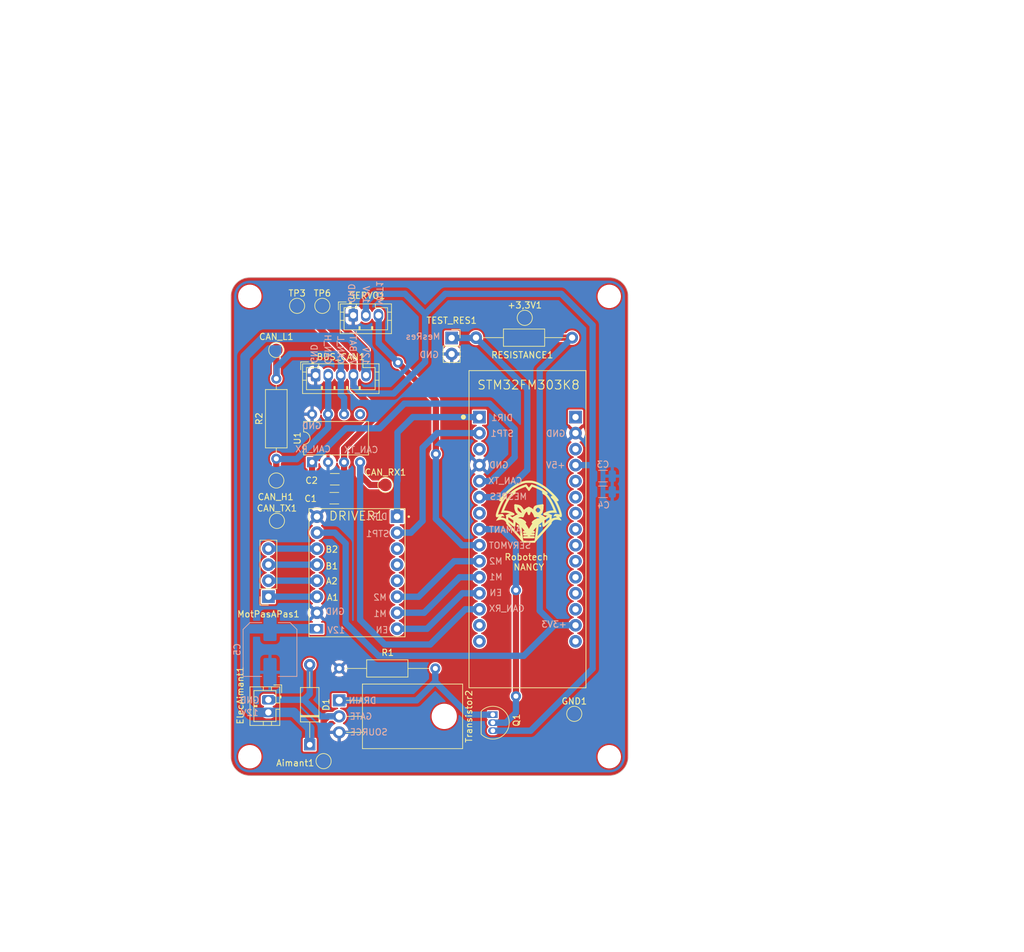
<source format=kicad_pcb>
(kicad_pcb (version 20211014) (generator pcbnew)
  (layers (0 "F.Cu" signal) (31 "B.Cu" signal) (34 "B.Paste" user) (35 "F.Paste" user) (36 "B.SilkS" user "B.Silkscreen") (37 "F.SilkS" user "F.Silkscreen") (38 "B.Mask" user) (39 "F.Mask" user) (44 "Edge.Cuts" user))
  (net 0 "")
  (net 1 "Net-(RESISTANCE1-Pad2)")
  (net 2 "MOT1")
  (net 4 "GND")
  (net 5 "+5V")
  (net 6 "CAN_TX")
  (net 7 "CAN_RX")
  (net 8 "+3V3")
  (net 9 "CAN_L")
  (net 10 "CAN_H")
  (net 13 "Stp1")
  (net 14 "Dir1")
  (net 17 "2B")
  (net 18 "2A")
  (net 19 "1A")
  (net 20 "1B")
  (net 21 "M2")
  (net 22 "M1")
  (net 23 "EN")
  (net 35 "Net-(D1-Pad2)")
  (net 36 "AIMANT")
  (net 37 "+12V")
  (net 41 "Net-(Q1-Pad1)")
  (footprint "Connector_PinSocket_2.54mm:PinSocket_1x02_P2.54mm_Vertical" (layer "F.Cu") (at 175.006 69.596)
    (fp_text reference "TEST_RES1" (at 0 -2.77) (layer "F.SilkS"))
    (fp_text value "Conn_01x02")
    (pad "1" thru_hole rect locked (at 0 0) (size 2 2) (drill 1) (layers *.Cu *.Mask) (net 1 "Net-(RESISTANCE1-Pad2)"))
    (pad "2" thru_hole oval locked (at 0 2.54) (size 2 2) (drill 1) (layers *.Cu *.Mask) (net 4 "GND"))
  )
  (footprint "Diode_THT:D_A-405_P12.70mm_Horizontal" (layer "F.Cu") (at 152.5 134.1 90)
    (fp_text reference "D1" (at 6.35 2.6 90) (layer "F.SilkS"))
    (fp_text value "D")
    (pad "1" thru_hole rect locked (at 0 0 90) (size 1.8 1.8) (drill 0.9) (layers *.Cu *.Mask) (net 37 "+12V"))
    (pad "2" thru_hole oval locked (at 12.7 0 90) (size 1.8 1.8) (drill 0.9) (layers *.Cu *.Mask) (net 35 "Net-(D1-Pad2)"))
  )
  (footprint "Connector_JST:JST_PH_B2B-PH-K_1x02_P2.00mm_Vertical" (layer "F.Cu") (at 145.939 126.973 -90)
    (fp_text reference "ElecAimant1" (at -0.698 4.454 90) (layer "F.SilkS"))
    (fp_text value "Conn_01x02")
    (pad "1" thru_hole roundrect locked (at 0 0 270) (size 1.5 2) (drill 1) (layers *.Cu *.Mask) (roundrect_rratio 0.208333) (net 35 "Net-(D1-Pad2)"))
    (pad "2" thru_hole oval locked (at 2 0 270) (size 1.5 2) (drill 1) (layers *.Cu *.Mask) (net 37 "+12V"))
  )
  (footprint "Connector_JST:JST_PH_B3B-PH-K_1x03_P2.00mm_Vertical" (layer "F.Cu") (at 159.4 66)
    (fp_text reference "SERVO1" (at 2.2 -3.125) (layer "F.SilkS"))
    (fp_text value "Conn_01x03")
    (pad "1" thru_hole roundrect locked (at 0 0) (size 1.5 2) (drill 1) (layers *.Cu *.Mask) (roundrect_rratio 0.208333) (net 4 "GND"))
    (pad "2" thru_hole oval locked (at 2 0) (size 1.5 2) (drill 1) (layers *.Cu *.Mask) (net 5 "+5V"))
    (pad "3" thru_hole oval locked (at 4 0) (size 1.5 2) (drill 1) (layers *.Cu *.Mask) (net 2 "MOT1"))
  )
  (footprint "TestPoint:TestPoint_Pad_D2.0mm" (layer "F.Cu") (at 164.5 92.9)
    (fp_text reference "CAN_RX1" (at 0 -1.998) (layer "F.SilkS"))
    (fp_text value "TestPoint")
    (pad "1" smd circle locked (at 0 0) (size 2 2) (layers "F.Cu" "F.Mask") (net 7 "CAN_RX"))
  )
  (footprint "TestPoint:TestPoint_Pad_D2.0mm" (layer "F.Cu") (at 186.6 66.4)
    (fp_text reference "+3,3V1" (at 0 -1.998) (layer "F.SilkS"))
    (fp_text value "TestPoint")
    (pad "1" smd circle locked (at 0 0) (size 2 2) (layers "F.Cu" "F.Mask") (net 8 "+3V3"))
  )
  (footprint "Package_DIP:DIP-8_W7.62mm" (layer "F.Cu") (at 152.87 89.3 90)
    (fp_text reference "U1" (at 3.81 -2.33 90) (layer "F.SilkS"))
    (fp_text value "MCP2551-I-P")
    (pad "1" thru_hole rect locked (at 0 0 90) (size 1.6 1.6) (drill 0.8) (layers *.Cu *.Mask) (net 6 "CAN_TX"))
    (pad "2" thru_hole oval locked (at 0 2.54 90) (size 1.6 1.6) (drill 0.8) (layers *.Cu *.Mask) (net 4 "GND"))
    (pad "3" thru_hole oval locked (at 0 5.08 90) (size 1.6 1.6) (drill 0.8) (layers *.Cu *.Mask) (net 5 "+5V"))
    (pad "4" thru_hole oval locked (at 0 7.62 90) (size 1.6 1.6) (drill 0.8) (layers *.Cu *.Mask) (net 7 "CAN_RX"))
    (pad "5" thru_hole oval locked (at 7.62 7.62 90) (size 1.6 1.6) (drill 0.8) (layers *.Cu *.Mask))
    (pad "6" thru_hole oval locked (at 7.62 5.08 90) (size 1.6 1.6) (drill 0.8) (layers *.Cu *.Mask) (net 9 "CAN_L"))
    (pad "7" thru_hole oval locked (at 7.62 2.54 90) (size 1.6 1.6) (drill 0.8) (layers *.Cu *.Mask) (net 10 "CAN_H"))
    (pad "8" thru_hole oval locked (at 7.62 0 90) (size 1.6 1.6) (drill 0.8) (layers *.Cu *.Mask) (net 4 "GND"))
  )
  (footprint "Capacitor_SMD:C_1206_3216Metric" (layer "F.Cu") (at 156.4 95 180)
    (fp_text reference "C1" (at 3.75 -0.075) (layer "F.SilkS"))
    (fp_text value "1µF")
    (pad "1" smd roundrect locked (at -1.475 0 180) (size 1.15 1.8) (layers "F.Cu" "F.Paste" "F.Mask") (roundrect_rratio 0.217391) (net 5 "+5V"))
    (pad "2" smd roundrect locked (at 1.475 0 180) (size 1.15 1.8) (layers "F.Cu" "F.Paste" "F.Mask") (roundrect_rratio 0.217391) (net 4 "GND"))
  )
  (footprint "Logos:logoRobotechNancy10x10" (layer "F.Cu") (at 187.25 97)
    (fp_text reference "G***" hide)
    (fp_text value "LOGO" hide)
  )
  (footprint "TestPoint:TestPoint_Pad_D2.0mm" (layer "F.Cu") (at 147.3 98.6)
    (fp_text reference "CAN_TX1" (at 0 -1.998) (layer "F.SilkS"))
    (fp_text value "TestPoint")
    (pad "1" smd circle locked (at 0 0) (size 2 2) (layers "F.Cu" "F.Mask") (net 6 "CAN_TX"))
  )
  (footprint "TestPoint:TestPoint_Pad_D2.0mm" (layer "F.Cu") (at 150.5 64.5)
    (fp_text reference "TP3" (at 0 -1.998) (layer "F.SilkS"))
    (fp_text value "TestPoint")
    (pad "1" smd circle locked (at 0 0) (size 2 2) (layers "F.Cu" "F.Mask") (net 5 "+5V"))
  )
  (footprint "Package_TO_SOT_THT:TO-220-3_Horizontal_TabDown" (layer "F.Cu") (at 157.17 127.06 -90)
    (fp_text reference "Transistor2" (at 2.54 -20.58 90) (layer "F.SilkS"))
    (fp_text value "IRFZ44NPBF")
    (pad "" np_thru_hole oval locked (at 2.54 -16.66 270) (size 3.5 3.5) (drill 3.5) (layers *.Cu *.Mask))
    (pad "1" thru_hole rect locked (at 0 0 270) (size 1.905 2) (drill 1.1) (layers *.Cu *.Mask) (net 41 "Net-(Q1-Pad1)"))
    (pad "2" thru_hole oval locked (at 2.54 0 270) (size 1.905 2) (drill 1.1) (layers *.Cu *.Mask) (net 35 "Net-(D1-Pad2)"))
    (pad "3" thru_hole oval locked (at 5.08 0 270) (size 1.905 2) (drill 1.1) (layers *.Cu *.Mask) (net 4 "GND"))
  )
  (footprint "empreinte:MODULE_TMC2208_SILENTSTEPSTICK" (layer "F.Cu") (at 160 106.82)
    (fp_text reference "DRIVER1" (at -0.0981 -8.9936) (layer "F.SilkS") (effects (font (size 1.4 1.4))))
    (fp_text value "TMC2208_SILENTSTEPSTICK")
    (pad "JP1_1" thru_hole rect (at 6.35 -8.89) (size 2 2) (drill 1) (layers *.Cu *.Mask) (net 14 "Dir1"))
    (pad "JP1_2" thru_hole circle (at 6.35 -6.35) (size 2 2) (drill 1) (layers *.Cu *.Mask) (net 13 "Stp1"))
    (pad "JP1_3" thru_hole circle (at 6.35 -3.81) (size 2 2) (drill 1) (layers *.Cu *.Mask))
    (pad "JP1_4" thru_hole circle (at 6.35 -1.27) (size 2 2) (drill 1) (layers *.Cu *.Mask))
    (pad "JP1_5" thru_hole circle (at 6.35 1.27) (size 2 2) (drill 1) (layers *.Cu *.Mask))
    (pad "JP1_6" thru_hole circle (at 6.35 3.81) (size 2 2) (drill 1) (layers *.Cu *.Mask) (net 21 "M2"))
    (pad "JP1_7" thru_hole circle (at 6.35 6.35) (size 2 2) (drill 1) (layers *.Cu *.Mask) (net 22 "M1"))
    (pad "JP1_8" thru_hole circle (at 6.35 8.89) (size 2 2) (drill 1) (layers *.Cu *.Mask) (net 23 "EN"))
    (pad "JP2_1" thru_hole rect (at -6.35 8.89) (size 2 1.524) (drill 1) (layers *.Cu *.Mask) (net 37 "+12V"))
    (pad "JP2_2" thru_hole circle (at -6.35 6.35) (size 2 2) (drill 1) (layers *.Cu *.Mask) (net 4 "GND"))
    (pad "JP2_3" thru_hole circle (at -6.35 3.81) (size 2 2) (drill 1) (layers *.Cu *.Mask) (net 18 "2A"))
    (pad "JP2_4" thru_hole circle (at -6.35 1.27) (size 2 2) (drill 1) (layers *.Cu *.Mask) (net 19 "1A"))
    (pad "JP2_5" thru_hole circle (at -6.35 -1.27) (size 2 2) (drill 1) (layers *.Cu *.Mask) (net 20 "1B"))
    (pad "JP2_6" thru_hole circle (at -6.35 -3.81) (size 2 2) (drill 1) (layers *.Cu *.Mask) (net 17 "2B"))
    (pad "JP2_7" thru_hole circle (at -6.35 -6.35) (size 2 2) (drill 1) (layers *.Cu *.Mask) (net 8 "+3V3"))
    (pad "JP2_8" thru_hole circle (at -6.35 -8.89) (size 2 2) (drill 1) (layers *.Cu *.Mask) (net 4 "GND"))
  )
  (footprint "Connector_PinSocket_2.54mm:PinSocket_1x04_P2.54mm_Vertical" (layer "F.Cu") (at 145.9484 110.62 180)
    (fp_text reference "MotPasAPas1" (at 0 -2.77) (layer "F.SilkS"))
    (fp_text value "Conn_01x04")
    (pad "1" thru_hole rect locked (at 0 0 180) (size 2 2) (drill 1) (layers *.Cu *.Mask) (net 18 "2A"))
    (pad "2" thru_hole oval locked (at 0 2.54 180) (size 2 2) (drill 1) (layers *.Cu *.Mask) (net 19 "1A"))
    (pad "3" thru_hole oval locked (at 0 5.08 180) (size 2 2) (drill 1) (layers *.Cu *.Mask) (net 20 "1B"))
    (pad "4" thru_hole oval locked (at 0 7.62 180) (size 2 2) (drill 1) (layers *.Cu *.Mask) (net 17 "2B"))
  )
  (footprint "Package_TO_SOT_THT:TO-92_Inline" (layer "F.Cu") (at 181.54 129.33 -90)
    (fp_text reference "Q1" (at 0.87 -3.76 90) (layer "F.SilkS"))
    (fp_text value "BC557")
    (pad "1" thru_hole rect locked (at 0 0 270) (size 1.05 1.5) (drill 0.75) (layers *.Cu *.Mask) (net 41 "Net-(Q1-Pad1)"))
    (pad "2" thru_hole oval locked (at 1.27 0 270) (size 1.05 1.5) (drill 0.75) (layers *.Cu *.Mask) (net 36 "AIMANT"))
    (pad "3" thru_hole oval locked (at 2.54 0 270) (size 1.05 1.5) (drill 0.75) (layers *.Cu *.Mask) (net 5 "+5V"))
  )
  (footprint "MountingHole:MountingHole_3.2mm_M3" (layer "F.Cu") (at 200 136)
    (fp_text reference "REF**" hide)
    (fp_text value "MountingHole_3.2mm_M3")
    (pad "" np_thru_hole circle locked (at 0 0) (size 3.2 3.2) (drill 3.2) (layers *.Cu *.Mask))
  )
  (footprint "MountingHole:MountingHole_3.2mm_M3" (layer "F.Cu") (at 143 63)
    (fp_text reference "REF**" hide)
    (fp_text value "MountingHole_3.2mm_M3")
    (pad "" np_thru_hole circle locked (at 0 0) (size 3.2 3.2) (drill 3.2) (layers *.Cu *.Mask))
  )
  (footprint "TestPoint:TestPoint_Pad_D2.0mm" (layer "F.Cu") (at 147.2 71.5)
    (fp_text reference "CAN_L1" (at 0 -2.1) (layer "F.SilkS"))
    (fp_text value "TestPoint")
    (pad "1" smd circle locked (at 0 0) (size 2 2) (layers "F.Cu" "F.Mask") (net 9 "CAN_L"))
  )
  (footprint "TestPoint:TestPoint_Pad_D2.0mm" (layer "F.Cu") (at 154.7 136.7)
    (fp_text reference "Aimant1" (at -4.5 0.3) (layer "F.SilkS"))
    (fp_text value "TestPoint")
    (pad "1" smd circle locked (at 0 0) (size 2 2) (layers "F.Cu" "F.Mask") (net 35 "Net-(D1-Pad2)"))
  )
  (footprint "MountingHole:MountingHole_3.2mm_M3" (layer "F.Cu") (at 143 136)
    (fp_text reference "REF**" hide)
    (fp_text value "MountingHole_3.2mm_M3")
    (pad "" np_thru_hole circle locked (at 0 0) (size 3.2 3.2) (drill 3.2) (layers *.Cu *.Mask))
  )
  (footprint "Capacitor_SMD:C_1206_3216Metric" (layer "F.Cu") (at 156.475 92 180)
    (fp_text reference "C2" (at 3.675 -0.2) (layer "F.SilkS"))
    (fp_text value "1pF")
    (pad "1" smd roundrect locked (at -1.475 0 180) (size 1.15 1.8) (layers "F.Cu" "F.Paste" "F.Mask") (roundrect_rratio 0.217391) (net 5 "+5V"))
    (pad "2" smd roundrect locked (at 1.475 0 180) (size 1.15 1.8) (layers "F.Cu" "F.Paste" "F.Mask") (roundrect_rratio 0.217391) (net 4 "GND"))
  )
  (footprint "empreinte:MODULE_NUCLEO-F303K8" (layer "F.Cu") (at 187.0306 99.92)
    (fp_text reference "STM32FM303K8" (at 0.1694 -22.87) (layer "F.SilkS") (effects (font (size 1.402378 1.402378))))
    (fp_text value "NUCLEO-F303K8")
    (pad "3.1" thru_hole rect (at -7.62 -17.78) (size 2 2) (drill 1) (layers *.Cu *.Mask) (net 14 "Dir1"))
    (pad "3.2" thru_hole circle (at -7.62 -15.24) (size 2 2) (drill 1) (layers *.Cu *.Mask) (net 13 "Stp1"))
    (pad "3.3" thru_hole circle (at -7.62 -12.7) (size 2 2) (drill 1) (layers *.Cu *.Mask))
    (pad "3.4" thru_hole circle (at -7.62 -10.16) (size 2 2) (drill 1) (layers *.Cu *.Mask) (net 4 "GND"))
    (pad "3.5" thru_hole circle (at -7.62 -7.62) (size 2 2) (drill 1) (layers *.Cu *.Mask) (net 6 "CAN_TX"))
    (pad "3.6" thru_hole circle (at -7.62 -5.08) (size 2 2) (drill 1) (layers *.Cu *.Mask) (net 1 "Net-(RESISTANCE1-Pad2)"))
    (pad "3.7" thru_hole circle (at -7.62 -2.54) (size 2 2) (drill 1) (layers *.Cu *.Mask))
    (pad "3.8" thru_hole circle (at -7.62 0) (size 2 2) (drill 1) (layers *.Cu *.Mask) (net 36 "AIMANT"))
    (pad "3.9" thru_hole circle (at -7.62 2.54) (size 2 2) (drill 1) (layers *.Cu *.Mask) (net 2 "MOT1"))
    (pad "3.10" thru_hole circle (at -7.62 5.08) (size 2 2) (drill 1) (layers *.Cu *.Mask) (net 21 "M2"))
    (pad "3.11" thru_hole circle (at -7.62 7.62) (size 2 2) (drill 1) (layers *.Cu *.Mask) (net 22 "M1"))
    (pad "3.12" thru_hole circle (at -7.62 10.16) (size 2 2) (drill 1) (layers *.Cu *.Mask) (net 23 "EN"))
    (pad "3.13" thru_hole circle (at -7.62 12.7) (size 2 2) (drill 1) (layers *.Cu *.Mask) (net 7 "CAN_RX"))
    (pad "3.14" thru_hole circle (at -7.62 15.24) (size 2 2) (drill 1) (layers *.Cu *.Mask))
    (pad "3.15" thru_hole circle (at -7.62 17.78) (size 2 2) (drill 1) (layers *.Cu *.Mask))
    (pad "4.1" thru_hole rect (at 7.62 -17.78) (size 2 2) (drill 1) (layers *.Cu *.Mask))
    (pad "4.2" thru_hole circle (at 7.62 -15.24) (size 2 2) (drill 1) (layers *.Cu *.Mask) (net 4 "GND"))
    (pad "4.3" thru_hole circle (at 7.62 -12.7) (size 2 2) (drill 1) (layers *.Cu *.Mask))
    (pad "4.4" thru_hole circle (at 7.62 -10.16) (size 2 2) (drill 1) (layers *.Cu *.Mask) (net 5 "+5V"))
    (pad "4.5" thru_hole circle (at 7.62 -7.62) (size 2 2) (drill 1) (layers *.Cu *.Mask))
    (pad "4.6" thru_hole circle (at 7.62 -5.08) (size 2 2) (drill 1) (layers *.Cu *.Mask))
    (pad "4.7" thru_hole circle (at 7.62 -2.54) (size 2 2) (drill 1) (layers *.Cu *.Mask))
    (pad "4.8" thru_hole circle (at 7.62 0) (size 2 2) (drill 1) (layers *.Cu *.Mask))
    (pad "4.9" thru_hole circle (at 7.62 2.54) (size 2 2) (drill 1) (layers *.Cu *.Mask))
    (pad "4.10" thru_hole circle (at 7.62 5.08) (size 2 2) (drill 1) (layers *.Cu *.Mask))
    (pad "4.11" thru_hole circle (at 7.62 7.62) (size 2 2) (drill 1) (layers *.Cu *.Mask))
    (pad "4.12" thru_hole circle (at 7.62 10.16) (size 2 2) (drill 1) (layers *.Cu *.Mask))
    (pad "4.13" thru_hole circle (at 7.62 12.7) (size 2 2) (drill 1) (layers *.Cu *.Mask))
    (pad "4.14" thru_hole circle (at 7.62 15.24) (size 2 2) (drill 1) (layers *.Cu *.Mask) (net 8 "+3V3"))
    (pad "4.15" thru_hole circle (at 7.62 17.78) (size 2 2) (drill 1) (layers *.Cu *.Mask))
  )
  (footprint "TestPoint:TestPoint_Pad_D2.0mm" (layer "F.Cu") (at 194.45 129.2)
    (fp_text reference "GND1" (at 0 -1.998) (layer "F.SilkS"))
    (fp_text value "TestPoint")
    (pad "1" smd circle locked (at 0 0) (size 2 2) (layers "F.Cu" "F.Mask") (net 4 "GND"))
  )
  (footprint "TestPoint:TestPoint_Pad_D2.0mm" (layer "F.Cu") (at 147.2 92.2)
    (fp_text reference "CAN_H1" (at -0.1 2.6) (layer "F.SilkS"))
    (fp_text value "TestPoint")
    (pad "1" smd circle locked (at 0 0) (size 2 2) (layers "F.Cu" "F.Mask") (net 10 "CAN_H"))
  )
  (footprint "Connector_JST:JST_PH_B5B-PH-K_1x05_P2.00mm_Vertical" (layer "F.Cu") (at 153.4292 75.4976)
    (fp_text reference "BUS_CAN1" (at 4 -2.9) (layer "F.SilkS"))
    (fp_text value "Conn_01x05")
    (pad "1" thru_hole roundrect locked (at 0 0) (size 1.5 2) (drill 1) (layers *.Cu *.Mask) (roundrect_rratio 0.208333) (net 4 "GND"))
    (pad "2" thru_hole oval locked (at 2 0) (size 1.5 2) (drill 1) (layers *.Cu *.Mask) (net 10 "CAN_H"))
    (pad "3" thru_hole oval locked (at 4 0) (size 1.5 2) (drill 1) (layers *.Cu *.Mask) (net 9 "CAN_L"))
    (pad "4" thru_hole oval locked (at 6 0) (size 1.5 2) (drill 1) (layers *.Cu *.Mask) (net 5 "+5V"))
    (pad "5" thru_hole oval locked (at 8 0) (size 1.5 2) (drill 1) (layers *.Cu *.Mask) (net 37 "+12V"))
  )
  (footprint "TestPoint:TestPoint_Pad_D2.0mm" (layer "F.Cu") (at 154.5 64.5)
    (fp_text reference "TP6" (at 0 -1.998) (layer "F.SilkS"))
    (fp_text value "TestPoint")
    (pad "1" smd circle locked (at 0 0) (size 2 2) (layers "F.Cu" "F.Mask") (net 37 "+12V"))
  )
  (footprint "Resistor_THT:R_Axial_DIN0207_L6.3mm_D2.5mm_P15.24mm_Horizontal" (layer "F.Cu") (at 194.1068 69.5452 180)
    (fp_text reference "RESISTANCE1" (at 7.9068 -2.7548) (layer "F.SilkS"))
    (fp_text value "1000 Ohms")
    (pad "1" thru_hole circle locked (at 0 0 180) (size 1.9 1.9) (drill 1) (layers *.Cu *.Mask) (net 8 "+3V3"))
    (pad "2" thru_hole oval locked (at 15.24 0 180) (size 1.9 2) (drill 1) (layers *.Cu *.Mask) (net 1 "Net-(RESISTANCE1-Pad2)"))
  )
  (footprint "Resistor_THT:R_Axial_DIN0207_L6.3mm_D2.5mm_P15.24mm_Horizontal" (layer "F.Cu") (at 157.18 122)
    (fp_text reference "R1" (at 7.685 -2.5) (layer "F.SilkS"))
    (fp_text value "R")
    (pad "1" thru_hole circle locked (at 0 0) (size 1.6 1.6) (drill 0.8) (layers *.Cu *.Mask) (net 4 "GND"))
    (pad "2" thru_hole oval locked (at 15.24 0) (size 1.6 1.6) (drill 0.8) (layers *.Cu *.Mask) (net 41 "Net-(Q1-Pad1)"))
  )
  (footprint "MountingHole:MountingHole_3.2mm_M3" (layer "F.Cu") (at 200 63)
    (fp_text reference "REF**" hide)
    (fp_text value "MountingHole_3.2mm_M3")
    (pad "" np_thru_hole circle locked (at 0 0) (size 3.2 3.2) (drill 3.2) (layers *.Cu *.Mask))
  )
  (footprint "Resistor_THT:R_Axial_DIN0309_L9.0mm_D3.2mm_P12.70mm_Horizontal" (layer "F.Cu") (at 147.2 88.75 90)
    (fp_text reference "R2" (at 6.35 -2.72 90) (layer "F.SilkS"))
    (fp_text value "R")
    (pad "1" thru_hole circle locked (at 0 0 90) (size 1.6 1.6) (drill 0.8) (layers *.Cu *.Mask) (net 10 "CAN_H"))
    (pad "2" thru_hole oval locked (at 12.7 0 90) (size 1.6 1.6) (drill 0.8) (layers *.Cu *.Mask) (net 9 "CAN_L"))
  )
  (footprint "Capacitor_SMD:C_1206_3216Metric" (layer "B.Cu") (at 199 94 180)
    (fp_text reference "C4" (at -0.1 -2.1) (layer "B.SilkS") (effects (justify mirror)))
    (fp_text value "1µF")
    (pad "1" smd roundrect locked (at -1.475 0 180) (size 1.15 1.8) (layers "B.Cu" "B.Paste" "B.Mask") (roundrect_rratio 0.217391) (net 4 "GND"))
    (pad "2" smd roundrect locked (at 1.475 0 180) (size 1.15 1.8) (layers "B.Cu" "B.Paste" "B.Mask") (roundrect_rratio 0.217391) (net 5 "+5V"))
  )
  (footprint "Capacitor_SMD:C_Elec_8x10.2" (layer "B.Cu") (at 146.2 119 -90)
    (fp_text reference "C5" (at 0 5.2 90) (layer "B.SilkS") (effects (justify mirror)))
    (fp_text value "220 à 1000 µF")
    (pad "1" smd roundrect locked (at -3.6 0 270) (size 4.5 2.1) (layers "B.Cu" "B.Paste" "B.Mask") (roundrect_rratio 0.119048) (net 37 "+12V"))
    (pad "2" smd roundrect locked (at 3.6 0 270) (size 4.5 2.1) (layers "B.Cu" "B.Paste" "B.Mask") (roundrect_rratio 0.119048) (net 4 "GND"))
  )
  (footprint "Capacitor_SMD:C_1206_3216Metric" (layer "B.Cu") (at 199 91.5 180)
    (fp_text reference "C3" (at 0 1.85) (layer "B.SilkS") (effects (justify mirror)))
    (fp_text value "1pF")
    (pad "1" smd roundrect locked (at -1.475 0 180) (size 1.15 1.8) (layers "B.Cu" "B.Paste" "B.Mask") (roundrect_rratio 0.217391) (net 4 "GND"))
    (pad "2" smd roundrect locked (at 1.475 0 180) (size 1.15 1.8) (layers "B.Cu" "B.Paste" "B.Mask") (roundrect_rratio 0.217391) (net 5 "+5V"))
  )
  (gr_arc (start 200 60) (mid 202.12132 60.87868) (end 203 63) (layer "Edge.Cuts") (width 0.1))
  (gr_line (start 200 60) (end 143 60) (layer "Edge.Cuts") (width 0.1))
  (gr_arc (start 140 63) (mid 140.87868 60.87868) (end 143 60) (layer "Edge.Cuts") (width 0.1))
  (gr_line (start 203 136) (end 203 63) (layer "Edge.Cuts") (width 0.1))
  (gr_line (start 200 139) (end 143 139) (layer "Edge.Cuts") (width 0.1))
  (gr_arc (start 143 139) (mid 140.87868 138.12132) (end 140 136) (layer "Edge.Cuts") (width 0.1))
  (gr_line (start 140 63) (end 140 136) (layer "Edge.Cuts") (width 0.1))
  (gr_arc (start 203 136) (mid 202.12132 138.12132) (end 200 139) (layer "Edge.Cuts") (width 0.1))
  (gr_text "SOURCE" (at 161.865 132.1) (layer "B.SilkS") (effects (font (size 1 1)) (justify mirror)))
  (gr_text "M1" (at 163.65 113.325) (layer "B.SilkS") (effects (font (size 1 1)) (justify mirror)))
  (gr_text "M1" (at 182 107.5) (layer "B.SilkS") (effects (font (size 1 1)) (justify mirror)))
  (gr_text "CAN_RX" (at 153.025 87.225) (layer "B.SilkS") (effects (font (size 1 1)) (justify mirror)))
  (gr_text "EN\n" (at 163.95 115.9) (layer "B.SilkS") (effects (font (size 1 1)) (justify mirror)))
  (gr_text "12V\n" (at 161.4 72.4 -90) (layer "B.SilkS") (effects (font (size 1 1)) (justify mirror)))
  (gr_text "MOT1\n" (at 163.575 62.475 -90) (layer "B.SilkS") (effects (font (size 1 1)) (justify mirror)))
  (gr_text "GATE" (at 160.615 129.6) (layer "B.SilkS") (effects (font (size 1 1)) (justify mirror)))
  (gr_text "12V\n" (at 142.985 129.025) (layer "B.SilkS") (effects (font (size 1 1)) (justify mirror)))
  (gr_text "CAN_TX" (at 183.5 92.25) (layer "B.SilkS") (effects (font (size 1 1)) (justify mirror)))
  (gr_text "GND" (at 152.825 83.525) (layer "B.SilkS") (effects (font (size 1 1)) (justify mirror)))
  (gr_text "CAN_RX" (at 183.75 112.5) (layer "B.SilkS") (effects (font (size 1 1)) (justify mirror)))
  (gr_text "DIR1\n" (at 163.1 97.925) (layer "B.SilkS") (effects (font (size 1 1)) (justify mirror)))
  (gr_text "+3V3" (at 191.25 115) (layer "B.SilkS") (effects (font (size 1 1)) (justify mirror)))
  (gr_text "CAN_H\n" (at 155.35 71.4 -90) (layer "B.SilkS") (effects (font (size 1 1)) (justify mirror)))
  (gr_text "GND" (at 191.5 84.75) (layer "B.SilkS") (effects (font (size 1 1)) (justify mirror)))
  (gr_text "+5V" (at 191.5 89.75) (layer "B.SilkS") (effects (font (size 1 1)) (justify mirror)))
  (gr_text "GND" (at 156.525 112.975) (layer "B.SilkS") (effects (font (size 1 1)) (justify mirror)))
  (gr_text "SERVMOT" (at 184.25 102.5) (layer "B.SilkS") (effects (font (size 1 1)) (justify mirror)))
  (gr_text "DRAIN" (at 160.865 127.1) (layer "B.SilkS") (effects (font (size 1 1)) (justify mirror)))
  (gr_text "GND" (at 153.15 72.1 -90) (layer "B.SilkS") (effects (font (size 1 1)) (justify mirror)))
  (gr_text "STP1" (at 163.25 100.65) (layer "B.SilkS") (effects (font (size 1 1)) (justify mirror)))
  (gr_text "DIR1\n" (at 183 82.25) (layer "B.SilkS") (effects (font (size 1 1)) (justify mirror)))
  (gr_text "M2" (at 182 105) (layer "B.SilkS") (effects (font (size 1 1)) (justify mirror)))
  (gr_text "CAN_TX" (at 160.65 87.325) (layer "B.SilkS") (effects (font (size 1 1)) (justify mirror)))
  (gr_text "GND" (at 182.5 89.75) (layer "B.SilkS") (effects (font (size 1 1)) (justify mirror)))
  (gr_text "MesRes\n" (at 170.45 69.35) (layer "B.SilkS") (effects (font (size 1 1)) (justify mirror)))
  (gr_text "12V\n" (at 156.7 115.925) (layer "B.SilkS") (effects (font (size 1 1)) (justify mirror)))
  (gr_text "12V\n" (at 161.45 62.725 -90) (layer "B.SilkS") (effects (font (size 1 1)) (justify mirror)))
  (gr_text "GND" (at 171.45 72.25) (layer "B.SilkS") (effects (font (size 1 1)) (justify mirror)))
  (gr_text "EN" (at 182 110) (layer "B.SilkS") (effects (font (size 1 1)) (justify mirror)))
  (gr_text "AIMANT" (at 183.5 100) (layer "B.SilkS") (effects (font (size 1 1)) (justify mirror)))
  (gr_text "M2" (at 163.65 110.725) (layer "B.SilkS") (effects (font (size 1 1)) (justify mirror)))
  (gr_text "MESRES" (at 184 94.75) (layer "B.SilkS") (effects (font (size 1 1)) (justify mirror)))
  (gr_text "GND" (at 142.985 127.025) (layer "B.SilkS") (effects (font (size 1 1)) (justify mirror)))
  (gr_text "V+BATT" (at 159.35 71.15 -90) (layer "B.SilkS") (effects (font (size 1 1)) (justify mirror)))
  (gr_text "CAN_L\n" (at 157.4 71.5 -90) (layer "B.SilkS") (effects (font (size 1 1)) (justify mirror)))
  (gr_text "STP1" (at 183 84.75) (layer "B.SilkS") (effects (font (size 1 1)) (justify mirror)))
  (gr_text "GND\n" (at 159.1 62.5 -90) (layer "B.SilkS") (effects (font (size 1 1)) (justify mirror)))
  (gr_text "A2" (at 156 108.15) (layer "F.SilkS") (effects (font (size 1 1))))
  (gr_text "Robotech\n NANCY" (at 186.864742 105.141228) (layer "F.SilkS") (effects (font (size 1 1))))
  (gr_text "B2" (at 156 103.125) (layer "F.SilkS") (effects (font (size 1 1))))
  (gr_text "B1" (at 156 105.775) (layer "F.SilkS") (effects (font (size 1 1))))
  (gr_text "A1" (at 156.15 110.75) (layer "F.SilkS") (effects (font (size 1 1))))
  (segment (start 179.4106 94.84) (end 182.6804 94.84) (width 1) (layer "B.Cu") (net 1))
  (segment (start 175.006 69.596) (end 178.816 69.596) (width 1) (layer "B.Cu") (net 1))
  (segment (start 187 90.5204) (end 187 77.6784) (width 1) (layer "B.Cu") (net 1))
  (segment (start 182.6804 94.84) (end 187 90.5204) (width 1) (layer "B.Cu") (net 1))
  (segment (start 178.816 69.596) (end 178.8668 69.5452) (width 1) (layer "B.Cu") (net 1))
  (segment (start 187 77.6784) (end 178.8668 69.5452) (width 1) (layer "B.Cu") (net 1))
  (segment (start 172.5 79.5) (end 172.5 88) (width 1) (layer "F.Cu") (net 2))
  (segment (start 166.5 73.5) (end 172.5 79.5) (width 1) (layer "F.Cu") (net 2))
  (via (at 172.5 88) (size 1.6) (drill 0.8) (layers "F.Cu" "B.Cu") (net 2))
  (via (at 166.5 73.5) (size 1.6) (drill 0.8) (layers "F.Cu" "B.Cu") (net 2))
  (segment (start 163.4424 70.4424) (end 166.5 73.5) (width 1) (layer "B.Cu") (net 2))
  (segment (start 163.4424 66.0424) (end 163.4424 70.4424) (width 1) (layer "B.Cu") (net 2))
  (segment (start 163.4 66) (end 163.4424 66.0424) (width 1) (layer "B.Cu") (net 2))
  (segment (start 176.6788 102.46) (end 172.5 98.2812) (width 1) (layer "B.Cu") (net 2))
  (segment (start 172.5 98.2812) (end 172.5 88) (width 1) (layer "B.Cu") (net 2))
  (segment (start 179.4106 102.46) (end 176.6788 102.46) (width 1) (layer "B.Cu") (net 2))
  (segment (start 153.7073 97.3736) (end 153.6973 97.3836) (width 0.5) (layer "B.Cu") (net 4))
  (segment (start 153.6973 97.3836) (end 153.65 97.3836) (width 0.5) (layer "B.Cu") (net 4))
  (segment (start 157.95 92) (end 157.95 94.925) (width 1) (layer "F.Cu") (net 5))
  (segment (start 159.4292 75.4976) (end 159.4292 77.6292) (width 1) (layer "F.Cu") (net 5))
  (segment (start 157.95 94.925) (end 157.875 95) (width 1) (layer "F.Cu") (net 5))
  (segment (start 157.95 87.15) (end 157.95 89.3) (width 1) (layer "F.Cu") (net 5))
  (segment (start 157.95 89.3) (end 157.95 92) (width 1) (layer "F.Cu") (net 5))
  (segment (start 159.4292 73.4292) (end 159.4292 75.4976) (width 1) (layer "F.Cu") (net 5))
  (segment (start 162.7 80.9) (end 162.7 82.4) (width 1) (layer "F.Cu") (net 5))
  (segment (start 150.5 64.5) (end 159.4292 73.4292) (width 1) (layer "F.Cu") (net 5))
  (segment (start 162.7 82.4) (end 157.95 87.15) (width 1) (layer "F.Cu") (net 5))
  (segment (start 159.4292 77.6292) (end 162.7 80.9) (width 1) (layer "F.Cu") (net 5))
  (segment (start 159.4292 77.2292) (end 160.6 78.4) (width 1) (layer "B.Cu") (net 5))
  (segment (start 197.36 89.76) (end 197.36 67.56) (width 1) (layer "B.Cu") (net 5))
  (segment (start 197.36 67.56) (end 192.4 62.6) (width 1) (layer "B.Cu") (net 5))
  (segment (start 197.36 89.76) (end 194.6506 89.76) (width 1) (layer "B.Cu") (net 5))
  (segment (start 161.4 66) (end 161.4 64) (width 1) (layer "B.Cu") (net 5))
  (segment (start 161.4 64) (end 162.8 62.6) (width 1) (layer "B.Cu") (net 5))
  (segment (start 181.54 131.87) (end 187.53 131.87) (width 1) (layer "B.Cu") (net 5))
  (segment (start 159.4292 75.4976) (end 159.4292 77.2292) (width 1) (layer "B.Cu") (net 5))
  (segment (start 170.8 73.4) (end 170.8 65.8) (width 1) (layer "B.Cu") (net 5))
  (segment (start 197.36 122.04) (end 197.36 89.76) (width 1) (layer "B.Cu") (net 5))
  (segment (start 174 62.6) (end 192.4 62.6) (width 1) (layer "B.Cu") (net 5))
  (segment (start 170.8 65.8) (end 174 62.6) (width 1) (layer "B.Cu") (net 5))
  (segment (start 167.6 62.6) (end 162.8 62.6) (width 1) (layer "B.Cu") (net 5))
  (segment (start 165.8 78.4) (end 170.8 73.4) (width 1) (layer "B.Cu") (net 5))
  (segment (start 187.53 131.87) (end 197.36 122.04) (width 1) (layer "B.Cu") (net 5))
  (segment (start 170.8 65.8) (end 167.6 62.6) (width 1) (layer "B.Cu") (net 5))
  (segment (start 160.6 78.4) (end 165.8 78.4) (width 1) (layer "B.Cu") (net 5))
  (segment (start 152.87 93.03) (end 147.3 98.6) (width 1) (layer "F.Cu") (net 6))
  (segment (start 152.87 89.3) (end 152.87 93.03) (width 1) (layer "F.Cu") (net 6))
  (segment (start 181.2 92.3) (end 179.4106 92.3) (width 1) (layer "B.Cu") (net 6))
  (segment (start 163.58 83.92) (end 167.5 80) (width 1) (layer "B.Cu") (net 6))
  (segment (start 185 84) (end 185 88.5) (width 1) (layer "B.Cu") (net 6))
  (segment (start 152.87 89.3) (end 158.25 83.92) (width 1) (layer "B.Cu") (net 6))
  (segment (start 181 80) (end 185 84) (width 1) (layer "B.Cu") (net 6))
  (segment (start 158.25 83.92) (end 163.58 83.92) (width 1) (layer "B.Cu") (net 6))
  (segment (start 167.5 80) (end 181 80) (width 1) (layer "B.Cu") (net 6))
  (segment (start 185 88.5) (end 181.2 92.3) (width 1) (layer "B.Cu") (net 6))
  (segment (start 160.49 91.29) (end 162.1 92.9) (width 1) (layer "F.Cu") (net 7))
  (segment (start 160.49 89.3) (end 160.49 91.29) (width 1) (layer "F.Cu") (net 7))
  (segment (start 162.1 92.9) (end 164.5 92.9) (width 1) (layer "F.Cu") (net 7))
  (segment (start 160.49 114.29) (end 160.49 89.3) (width 1) (layer "B.Cu") (net 7))
  (segment (start 179.4106 112.62) (end 177.18 112.62) (width 1) (layer "B.Cu") (net 7))
  (segment (start 164.4 118.2) (end 160.49 114.29) (width 1) (layer "B.Cu") (net 7))
  (segment (start 177.18 112.62) (end 171.6 118.2) (width 1) (layer "B.Cu") (net 7))
  (segment (start 171.6 118.2) (end 164.4 118.2) (width 1) (layer "B.Cu") (net 7))
  (segment (start 189.7452 69.5452) (end 186.6 66.4) (width 1) (layer "F.Cu") (net 8))
  (segment (start 194.1068 69.5452) (end 189.7452 69.5452) (width 1) (layer "F.Cu") (net 8))
  (segment (start 188.977 74.675) (end 188.977 112.852) (width 1) (layer "B.Cu") (net 8))
  (segment (start 188.977 112.852) (end 191.285 115.16) (width 1) (layer "B.Cu") (net 8))
  (segment (start 158.2 102.2) (end 156.47 100.47) (width 1) (layer "B.Cu") (net 8))
  (segment (start 156.47 100.47) (end 153.65 100.47) (width 1) (layer "B.Cu") (net 8))
  (segment (start 194.1068 69.5452) (end 188.977 74.675) (width 1) (layer "B.Cu") (net 8))
  (segment (start 158.2 114.8) (end 158.2 102.2) (width 1) (layer "B.Cu") (net 8))
  (segment (start 163.4 120) (end 186.445 120) (width 1) (layer "B.Cu") (net 8))
  (segment (start 186.445 120) (end 191.285 115.16) (width 1) (layer "B.Cu") (net 8))
  (segment (start 191.285 115.16) (end 194.6506 115.16) (width 1) (layer "B.Cu") (net 8))
  (segment (start 163.4 120) (end 158.2 114.8) (width 1) (layer "B.Cu") (net 8))
  (segment (start 147.2 76.05) (end 147.2 71.7) (width 1) (layer "F.Cu") (net 9))
  (segment (start 147.2 71.7) (end 147 71.5) (width 1) (layer "F.Cu") (net 9))
  (segment (start 157.4292 78.5792) (end 157.95 79.1) (width 1) (layer "B.Cu") (net 9))
  (segment (start 157.95 79.1) (end 157.95 81.68) (width 1) (layer "B.Cu") (net 9))
  (segment (start 157.4292 75.4976) (end 157.4292 78.5792) (width 1) (layer "B.Cu") (net 9))
  (segment (start 157.4292 75.4976) (end 157.4292 73.0504) (width 1) (layer "B.Cu") (net 9))
  (segment (start 156.5148 72.136) (end 149.3524 72.136) (width 1) (layer "B.Cu") (net 9))
  (segment (start 149.3524 72.136) (end 147.2692 74.2192) (width 1) (layer "B.Cu") (net 9))
  (segment (start 147.2692 74.2192) (end 147.2692 76.0984) (width 1) (layer "B.Cu") (net 9))
  (segment (start 157.4292 73.0504) (end 156.5148 72.136) (width 1) (layer "B.Cu") (net 9))
  (segment (start 147.2 92.1) (end 147.3 92.2) (width 1) (layer "F.Cu") (net 10))
  (segment (start 147.2 88.75) (end 147.2 92.1) (width 1) (layer "F.Cu") (net 10))
  (segment (start 155.41 83.82) (end 155.41 81.68) (width 1) (layer "B.Cu") (net 10))
  (segment (start 155.4292 81.6608) (end 155.41 81.68) (width 0.5) (layer "B.Cu") (net 10))
  (segment (start 147.2692 88.7984) (end 150.4316 88.7984) (width 1) (layer "B.Cu") (net 10))
  (segment (start 150.4316 88.7984) (end 155.41 83.82) (width 1) (layer "B.Cu") (net 10))
  (segment (start 155.4292 75.4976) (end 155.4292 81.6608) (width 1) (layer "B.Cu") (net 10))
  (segment (start 168.53 100.47) (end 166.35 100.47) (width 1) (layer "B.Cu") (net 13))
  (segment (start 170.4 98.6) (end 168.53 100.47) (width 1) (layer "B.Cu") (net 13))
  (segment (start 170.4 87) (end 170.4 98.6) (width 1) (layer "B.Cu") (net 13))
  (segment (start 179.4106 84.68) (end 172.72 84.68) (width 1) (layer "B.Cu") (net 13))
  (segment (start 172.72 84.68) (end 170.4 87) (width 1) (layer "B.Cu") (net 13))
  (segment (start 166.4173 84.5827) (end 166.4173 92.2363) (width 1) (layer "B.Cu") (net 14))
  (segment (start 168.86 82.14) (end 166.4173 84.5827) (width 1) (layer "B.Cu") (net 14))
  (segment (start 166.4173 92.2363) (end 166.35 92.3036) (width 1) (layer "B.Cu") (net 14))
  (segment (start 179.4106 82.14) (end 168.86 82.14) (width 1) (layer "B.Cu") (net 14))
  (segment (start 166.35 92.3036) (end 166.35 97.93) (width 1) (layer "B.Cu") (net 14))
  (segment (start 145.9484 103) (end 153.7073 103) (width 1) (layer "B.Cu") (net 17))
  (segment (start 145.9484 110.62) (end 153.7073 110.62) (width 1) (layer "B.Cu") (net 18))
  (segment (start 145.9484 108.08) (end 153.64 108.08) (width 1) (layer "B.Cu") (net 19))
  (segment (start 145.9484 105.54) (end 153.7073 105.54) (width 1) (layer "B.Cu") (net 20))
  (segment (start 175.4 105) (end 179.4106 105) (width 1) (layer "B.Cu") (net 21))
  (segment (start 169.77 110.63) (end 175.4 105) (width 1) (layer "B.Cu") (net 21))
  (segment (start 166.35 110.63) (end 169.77 110.63) (width 1) (layer "B.Cu") (net 21))
  (segment (start 170.63 113.17) (end 176.26 107.54) (width 1) (layer "B.Cu") (net 22))
  (segment (start 166.35 113.17) (end 170.63 113.17) (width 1) (layer "B.Cu") (net 22))
  (segment (start 176.26 107.54) (end 179.4106 107.54) (width 1) (layer "B.Cu") (net 22))
  (segment (start 166.35 115.71) (end 171.09 115.71) (width 1) (layer "B.Cu") (net 23))
  (segment (start 176.72 110.08) (end 179.4106 110.08) (width 1) (layer "B.Cu") (net 23))
  (segment (start 171.09 115.71) (end 176.72 110.08) (width 1) (layer "B.Cu") (net 23))
  (segment (start 157.17 129.6) (end 155.4 129.6) (width 1) (layer "F.Cu") (net 35))
  (segment (start 154.7 130.3) (end 154.7 136.7) (width 1) (layer "F.Cu") (net 35))
  (segment (start 155.4 129.6) (end 154.7 130.3) (width 1) (layer "F.Cu") (net 35))
  (segment (start 152.5 126.046) (end 151.573 126.973) (width 1) (layer "B.Cu") (net 35))
  (segment (start 145.939 126.973) (end 151.573 126.973) (width 1) (layer "B.Cu") (net 35))
  (segment (start 154.2 129.6) (end 151.573 126.973) (width 1) (layer "B.Cu") (net 35))
  (segment (start 152.5 121.4) (end 152.5 126.046) (width 1) (layer "B.Cu") (net 35))
  (segment (start 154.2 129.6) (end 157.17 129.6) (width 1) (layer "B.Cu") (net 35))
  (segment (start 185.2 109.6) (end 185.2 126.4) (width 1) (layer "F.Cu") (net 36))
  (via (at 185.2 109.6) (size 1.6) (drill 0.8) (layers "F.Cu" "B.Cu") (net 36))
  (via (at 185.2 126.4) (size 1.6) (drill 0.8) (layers "F.Cu" "B.Cu") (net 36))
  (segment (start 183.6 130.6) (end 185.2 129) (width 1) (layer "B.Cu") (net 36))
  (segment (start 185.2 129) (end 185.2 126.4) (width 1) (layer "B.Cu") (net 36))
  (segment (start 185.2 102.2) (end 185.2 109.6) (width 1) (layer "B.Cu") (net 36))
  (segment (start 181.54 130.6) (end 183.6 130.6) (width 1) (layer "B.Cu") (net 36))
  (segment (start 182.92 99.92) (end 185.2 102.2) (width 1) (layer "B.Cu") (net 36))
  (segment (start 179.4106 99.92) (end 182.92 99.92) (width 1) (layer "B.Cu") (net 36))
  (segment (start 161.4292 71.5708) (end 161.4292 75.4976) (width 1) (layer "F.Cu") (net 37))
  (segment (start 154.5 64.5) (end 161.5 71.5) (width 1) (layer "F.Cu") (net 37))
  (segment (start 161.5 71.5) (end 161.4292 71.5708) (width 1) (layer "F.Cu") (net 37))
  (segment (start 153.65 115.71) (end 142.49 115.71) (width 1.5) (layer "B.Cu") (net 37))
  (segment (start 152.5 131.5) (end 152.5 134.1) (width 1.5) (layer "B.Cu") (net 37))
  (segment (start 161.4292 75.4976) (end 161.4292 72.1042) (width 1.5) (layer "B.Cu") (net 37))
  (segment (start 161.4292 72.1042) (end 158.8194 69.4944) (width 1.5) (layer "B.Cu") (net 37))
  (segment (start 149.973 128.973) (end 152.5 131.5) (width 1.5) (layer "B.Cu") (net 37))
  (segment (start 142.49 115.71) (end 142.24 115.96) (width 1) (layer "B.Cu") (net 37))
  (segment (start 143.373 128.973) (end 145.939 128.973) (width 1.5) (layer "B.Cu") (net 37))
  (segment (start 142.24 115.96) (end 142.24 127.84) (width 1.5) (layer "B.Cu") (net 37))
  (segment (start 158.8194 69.4944) (end 145.288 69.4944) (width 1.5) (layer "B.Cu") (net 37))
  (segment (start 142.24 72.5424) (end 142.24 115.96) (width 1.5) (layer "B.Cu") (net 37))
  (segment (start 145.288 69.4944) (end 142.24 72.5424) (width 1.5) (layer "B.Cu") (net 37))
  (segment (start 142.24 127.84) (end 143.373 128.973) (width 1.5) (layer "B.Cu") (net 37))
  (segment (start 145.939 128.973) (end 149.973 128.973) (width 1.5) (layer "B.Cu") (net 37))
  (segment (start 172.42 124.12) (end 177.63 129.33) (width 1) (layer "B.Cu") (net 41))
  (segment (start 169.44 127.06) (end 172.42 124.08) (width 1) (layer "B.Cu") (net 41))
  (segment (start 172.42 124.08) (end 172.42 124.12) (width 1) (layer "B.Cu") (net 41))
  (segment (start 172.42 124.08) (end 172.42 122) (width 1) (layer "B.Cu") (net 41))
  (segment (start 177.63 129.33) (end 181.54 129.33) (width 1) (layer "B.Cu") (net 41))
  (segment (start 157.17 127.06) (end 169.44 127.06) (width 1) (layer "B.Cu") (net 41))
  (segment (start 172.42 123.92) (end 172.42 122) (width 1) (layer "B.Cu") (net 41))
  (zone (net 4) (net_name "GND") (layer "F.Cu") (connect_pads (clearance 0)) (min_thickness 0.254) (fill yes (thermal_gap 0.508) (thermal_bridge_width 0.508))
    (polygon (pts (xy 222 47) (xy 241 120) (xy 221 157) (xy 146 167) (xy 124 118) (xy 116 64) (xy 159 37)))
  )
  (zone locked (net 4) (net_name "GND") (layer "B.Cu") (connect_pads (clearance 0.508)) (min_thickness 0.254) (fill yes (thermal_gap 0.508) (thermal_bridge_width 0.508))
    (polygon (pts (xy 252.045952 151.531722) (xy 138.057654 164.725406) (xy 103.384902 79.030484) (xy 120.5484 52.2224) (xy 121.3104 51.7652) (xy 135.2804 45.0088) (xy 248.5644 44.3992)))
  )
  (zone (net 0) (net_name "") (layer "B.Cu") (connect_pads (clearance 0)) (min_thickness 0.254)
    (keepout (tracks allowed) (vias allowed) (pads allowed) (copperpour not_allowed) (footprints allowed))
    (fill (thermal_gap 0.508) (thermal_bridge_width 0.508))
    (polygon (pts (xy 151 71) (xy 150 71) (xy 148 72) (xy 148 70) (xy 149 70)))
  )
)
</source>
